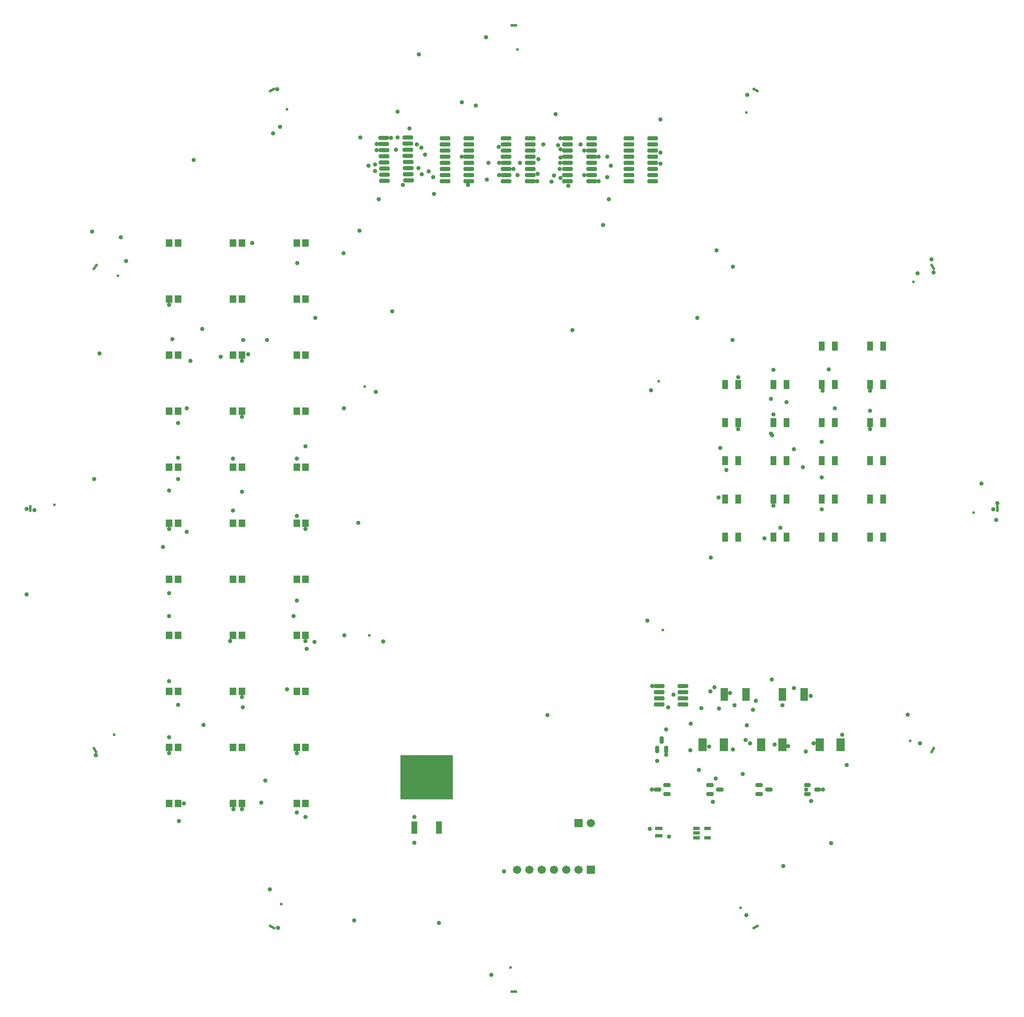
<source format=gts>
G04*
G04 #@! TF.GenerationSoftware,Altium Limited,Altium Designer,20.2.3 (150)*
G04*
G04 Layer_Color=8388736*
%FSLAX25Y25*%
%MOIN*%
G70*
G04*
G04 #@! TF.SameCoordinates,FEBEBD62-9BCC-4C60-8B63-8EF99F169A48*
G04*
G04*
G04 #@! TF.FilePolarity,Negative*
G04*
G01*
G75*
%ADD38R,0.02060X0.03005*%
G04:AMPARAMS|DCode=39|XSize=85.56mil|YSize=31.62mil|CornerRadius=6.95mil|HoleSize=0mil|Usage=FLASHONLY|Rotation=180.000|XOffset=0mil|YOffset=0mil|HoleType=Round|Shape=RoundedRectangle|*
%AMROUNDEDRECTD39*
21,1,0.08556,0.01772,0,0,180.0*
21,1,0.07165,0.03162,0,0,180.0*
1,1,0.01391,-0.03583,0.00886*
1,1,0.01391,0.03583,0.00886*
1,1,0.01391,0.03583,-0.00886*
1,1,0.01391,-0.03583,-0.00886*
%
%ADD39ROUNDEDRECTD39*%
%ADD40R,0.05800X0.03000*%
%ADD41R,0.06700X0.02500*%
%ADD42R,0.06300X0.02500*%
G04:AMPARAMS|DCode=43|XSize=57.61mil|YSize=31.23mil|CornerRadius=6.9mil|HoleSize=0mil|Usage=FLASHONLY|Rotation=0.000|XOffset=0mil|YOffset=0mil|HoleType=Round|Shape=RoundedRectangle|*
%AMROUNDEDRECTD43*
21,1,0.05761,0.01742,0,0,0.0*
21,1,0.04380,0.03123,0,0,0.0*
1,1,0.01381,0.02190,-0.00871*
1,1,0.01381,-0.02190,-0.00871*
1,1,0.01381,-0.02190,0.00871*
1,1,0.01381,0.02190,0.00871*
%
%ADD43ROUNDEDRECTD43*%
G04:AMPARAMS|DCode=44|XSize=57.61mil|YSize=31.23mil|CornerRadius=6.9mil|HoleSize=0mil|Usage=FLASHONLY|Rotation=90.000|XOffset=0mil|YOffset=0mil|HoleType=Round|Shape=RoundedRectangle|*
%AMROUNDEDRECTD44*
21,1,0.05761,0.01742,0,0,90.0*
21,1,0.04380,0.03123,0,0,90.0*
1,1,0.01381,0.00871,0.02190*
1,1,0.01381,0.00871,-0.02190*
1,1,0.01381,-0.00871,-0.02190*
1,1,0.01381,-0.00871,0.02190*
%
%ADD44ROUNDEDRECTD44*%
G04:AMPARAMS|DCode=45|XSize=50.91mil|YSize=32.02mil|CornerRadius=7mil|HoleSize=0mil|Usage=FLASHONLY|Rotation=0.000|XOffset=0mil|YOffset=0mil|HoleType=Round|Shape=RoundedRectangle|*
%AMROUNDEDRECTD45*
21,1,0.05091,0.01801,0,0,0.0*
21,1,0.03691,0.03202,0,0,0.0*
1,1,0.01400,0.01846,-0.00901*
1,1,0.01400,-0.01846,-0.00901*
1,1,0.01400,-0.01846,0.00901*
1,1,0.01400,0.01846,0.00901*
%
%ADD45ROUNDEDRECTD45*%
%ADD46R,0.05131X0.07493*%
%ADD47R,0.05524X0.06312*%
G04:AMPARAMS|DCode=48|XSize=85.56mil|YSize=31.62mil|CornerRadius=6.95mil|HoleSize=0mil|Usage=FLASHONLY|Rotation=180.044|XOffset=0mil|YOffset=0mil|HoleType=Round|Shape=RoundedRectangle|*
%AMROUNDEDRECTD48*
21,1,0.08556,0.01772,0,0,180.0*
21,1,0.07165,0.03162,0,0,180.0*
1,1,0.01391,-0.03583,0.00883*
1,1,0.01391,0.03582,0.00889*
1,1,0.01391,0.03583,-0.00883*
1,1,0.01391,-0.03582,-0.00889*
%
%ADD48ROUNDEDRECTD48*%
%ADD49R,0.04934X0.10249*%
%ADD50R,0.42729X0.35839*%
G04:AMPARAMS|DCode=51|XSize=85.56mil|YSize=31.62mil|CornerRadius=6.95mil|HoleSize=0mil|Usage=FLASHONLY|Rotation=181.033|XOffset=0mil|YOffset=0mil|HoleType=Round|Shape=RoundedRectangle|*
%AMROUNDEDRECTD51*
21,1,0.08556,0.01772,0,0,181.0*
21,1,0.07165,0.03162,0,0,181.0*
1,1,0.01391,-0.03598,0.00821*
1,1,0.01391,0.03566,0.00950*
1,1,0.01391,0.03598,-0.00821*
1,1,0.01391,-0.03566,-0.00950*
%
%ADD51ROUNDEDRECTD51*%
G04:AMPARAMS|DCode=52|XSize=19.81mil|YSize=27.69mil|CornerRadius=0mil|HoleSize=0mil|Usage=FLASHONLY|Rotation=179.227|XOffset=0mil|YOffset=0mil|HoleType=Round|Shape=Rectangle|*
%AMROTATEDRECTD52*
4,1,4,0.01009,0.01371,0.00972,-0.01398,-0.01009,-0.01371,-0.00972,0.01398,0.01009,0.01371,0.0*
%
%ADD52ROTATEDRECTD52*%

%ADD53R,0.02769X0.01981*%
G04:AMPARAMS|DCode=54|XSize=19.81mil|YSize=27.69mil|CornerRadius=0mil|HoleSize=0mil|Usage=FLASHONLY|Rotation=239.828|XOffset=0mil|YOffset=0mil|HoleType=Round|Shape=Rectangle|*
%AMROTATEDRECTD54*
4,1,4,-0.00699,0.01552,0.01695,0.00161,0.00699,-0.01552,-0.01695,-0.00161,-0.00699,0.01552,0.0*
%
%ADD54ROTATEDRECTD54*%

G04:AMPARAMS|DCode=55|XSize=19.81mil|YSize=27.69mil|CornerRadius=0mil|HoleSize=0mil|Usage=FLASHONLY|Rotation=300.000|XOffset=0mil|YOffset=0mil|HoleType=Round|Shape=Rectangle|*
%AMROTATEDRECTD55*
4,1,4,-0.01694,0.00166,0.00704,0.01550,0.01694,-0.00166,-0.00704,-0.01550,-0.01694,0.00166,0.0*
%
%ADD55ROTATEDRECTD55*%

G04:AMPARAMS|DCode=56|XSize=19.81mil|YSize=27.69mil|CornerRadius=0mil|HoleSize=0mil|Usage=FLASHONLY|Rotation=143.067|XOffset=0mil|YOffset=0mil|HoleType=Round|Shape=Rectangle|*
%AMROTATEDRECTD56*
4,1,4,0.01624,0.00511,-0.00040,-0.01702,-0.01624,-0.00511,0.00040,0.01702,0.01624,0.00511,0.0*
%
%ADD56ROTATEDRECTD56*%

G04:AMPARAMS|DCode=57|XSize=19.81mil|YSize=27.69mil|CornerRadius=0mil|HoleSize=0mil|Usage=FLASHONLY|Rotation=0.225|XOffset=0mil|YOffset=0mil|HoleType=Round|Shape=Rectangle|*
%AMROTATEDRECTD57*
4,1,4,-0.00985,-0.01388,-0.00996,0.01380,0.00985,0.01388,0.00996,-0.01380,-0.00985,-0.01388,0.0*
%
%ADD57ROTATEDRECTD57*%

G04:AMPARAMS|DCode=58|XSize=19.81mil|YSize=27.69mil|CornerRadius=0mil|HoleSize=0mil|Usage=FLASHONLY|Rotation=29.737|XOffset=0mil|YOffset=0mil|HoleType=Round|Shape=Rectangle|*
%AMROTATEDRECTD58*
4,1,4,-0.00174,-0.01693,-0.01547,0.00711,0.00174,0.01693,0.01547,-0.00711,-0.00174,-0.01693,0.0*
%
%ADD58ROTATEDRECTD58*%

G04:AMPARAMS|DCode=59|XSize=19.81mil|YSize=27.69mil|CornerRadius=0mil|HoleSize=0mil|Usage=FLASHONLY|Rotation=150.000|XOffset=0mil|YOffset=0mil|HoleType=Round|Shape=Rectangle|*
%AMROTATEDRECTD59*
4,1,4,0.01550,0.00704,0.00166,-0.01694,-0.01550,-0.00704,-0.00166,0.01694,0.01550,0.00704,0.0*
%
%ADD59ROTATEDRECTD59*%

%ADD60R,0.06706X0.06706*%
%ADD61C,0.06706*%
%ADD62C,0.02362*%
%ADD63C,0.03556*%
D38*
X553064Y166179D02*
D03*
X549127Y172360D02*
D03*
X551096D02*
D03*
X553064D02*
D03*
X551096Y166179D02*
D03*
X549127D02*
D03*
D39*
X551289Y273442D02*
D03*
Y278442D02*
D03*
Y283442D02*
D03*
Y288442D02*
D03*
X570738D02*
D03*
Y283442D02*
D03*
Y278442D02*
D03*
Y273442D02*
D03*
X526587Y699742D02*
D03*
X526587Y704742D02*
D03*
X526587Y709742D02*
D03*
Y714742D02*
D03*
Y719742D02*
D03*
Y724742D02*
D03*
Y729742D02*
D03*
Y734742D02*
D03*
X546075D02*
D03*
X546076Y729742D02*
D03*
Y724742D02*
D03*
Y719742D02*
D03*
Y714742D02*
D03*
Y709742D02*
D03*
Y704742D02*
D03*
Y699742D02*
D03*
X426800Y699742D02*
D03*
Y704742D02*
D03*
Y709742D02*
D03*
Y714742D02*
D03*
Y719742D02*
D03*
Y724742D02*
D03*
Y729742D02*
D03*
Y734742D02*
D03*
X446288D02*
D03*
Y729742D02*
D03*
Y724742D02*
D03*
X446288Y719742D02*
D03*
X446288Y714742D02*
D03*
Y709742D02*
D03*
Y704742D02*
D03*
Y699742D02*
D03*
X476694Y699742D02*
D03*
X476694Y704742D02*
D03*
X476694Y709742D02*
D03*
X476694Y714742D02*
D03*
X476694Y719742D02*
D03*
Y724742D02*
D03*
Y729742D02*
D03*
Y734742D02*
D03*
X496182D02*
D03*
Y729742D02*
D03*
Y724742D02*
D03*
Y719742D02*
D03*
X496182Y714742D02*
D03*
Y709742D02*
D03*
Y704742D02*
D03*
Y699742D02*
D03*
D40*
X590703Y172362D02*
D03*
Y164762D02*
D03*
X581703D02*
D03*
Y168562D02*
D03*
Y172362D02*
D03*
D41*
X681850Y236729D02*
D03*
Y239229D02*
D03*
Y241829D02*
D03*
Y244329D02*
D03*
X699050D02*
D03*
Y241829D02*
D03*
Y239229D02*
D03*
Y236729D02*
D03*
X634328D02*
D03*
Y239229D02*
D03*
Y241829D02*
D03*
Y244329D02*
D03*
X651528D02*
D03*
Y241829D02*
D03*
Y239229D02*
D03*
Y236729D02*
D03*
X586806D02*
D03*
Y239229D02*
D03*
Y241829D02*
D03*
Y244329D02*
D03*
X604006D02*
D03*
Y241829D02*
D03*
Y239229D02*
D03*
Y236729D02*
D03*
D42*
X621879Y285326D02*
D03*
Y282767D02*
D03*
Y280208D02*
D03*
Y277649D02*
D03*
X604479D02*
D03*
Y280208D02*
D03*
Y282767D02*
D03*
Y285326D02*
D03*
X669201D02*
D03*
Y282767D02*
D03*
Y280208D02*
D03*
Y277649D02*
D03*
X651801D02*
D03*
Y280208D02*
D03*
Y282767D02*
D03*
Y285326D02*
D03*
D43*
X640528Y203896D02*
D03*
X632811Y200155D02*
D03*
Y207636D02*
D03*
X549892Y203896D02*
D03*
X557608Y207636D02*
D03*
Y200155D02*
D03*
X600522Y203896D02*
D03*
X592805Y200155D02*
D03*
Y207636D02*
D03*
D44*
X553423Y244249D02*
D03*
X557163Y236532D02*
D03*
X549682D02*
D03*
D45*
X671873Y200392D02*
D03*
X680298Y203994D02*
D03*
X671873Y207596D02*
D03*
D46*
X733708Y409652D02*
D03*
X723078D02*
D03*
X694325D02*
D03*
X683695D02*
D03*
X654943D02*
D03*
X644313D02*
D03*
X615560D02*
D03*
X604930D02*
D03*
X733708Y440767D02*
D03*
X723078D02*
D03*
X694325D02*
D03*
X683695D02*
D03*
X654942D02*
D03*
X644313D02*
D03*
X615560D02*
D03*
X604930D02*
D03*
X733708Y471882D02*
D03*
X723078D02*
D03*
X694325D02*
D03*
X683695D02*
D03*
X654943D02*
D03*
X644313D02*
D03*
X615560D02*
D03*
X604930D02*
D03*
X733708Y502997D02*
D03*
X723078D02*
D03*
X694325D02*
D03*
X683695D02*
D03*
X654943D02*
D03*
X644313D02*
D03*
X615560D02*
D03*
X604930D02*
D03*
X733708Y534112D02*
D03*
X723078D02*
D03*
X694325D02*
D03*
X683695D02*
D03*
X654942D02*
D03*
X644312D02*
D03*
X615560D02*
D03*
X604930D02*
D03*
X733708Y565226D02*
D03*
X723078D02*
D03*
X694325D02*
D03*
X683695D02*
D03*
D47*
X159536Y649372D02*
D03*
X152450Y649372D02*
D03*
X211517Y649372D02*
D03*
X204431Y649372D02*
D03*
X263498D02*
D03*
X256412Y649372D02*
D03*
X159536Y603690D02*
D03*
X152450D02*
D03*
X211517D02*
D03*
X204431D02*
D03*
X263498D02*
D03*
X256412D02*
D03*
X159536Y558008D02*
D03*
X152450D02*
D03*
X211517D02*
D03*
X204431D02*
D03*
X263498D02*
D03*
X256412D02*
D03*
X159536Y512326D02*
D03*
X152450D02*
D03*
X211517D02*
D03*
X204431D02*
D03*
X263498D02*
D03*
X256412D02*
D03*
X159536Y466644D02*
D03*
X152450D02*
D03*
X211517D02*
D03*
X204431D02*
D03*
X263498D02*
D03*
X256412D02*
D03*
X159536Y420962D02*
D03*
X152450D02*
D03*
X211517D02*
D03*
X204431D02*
D03*
X263498D02*
D03*
X256412D02*
D03*
X152450Y375281D02*
D03*
X159536D02*
D03*
X211517D02*
D03*
X204431D02*
D03*
X263498D02*
D03*
X256412D02*
D03*
X159536Y329599D02*
D03*
X152450D02*
D03*
X211517D02*
D03*
X204431D02*
D03*
X263498D02*
D03*
X256412D02*
D03*
X159536Y283917D02*
D03*
X152450D02*
D03*
X211517D02*
D03*
X204431D02*
D03*
X263498D02*
D03*
X256412D02*
D03*
X159536Y238235D02*
D03*
X152450D02*
D03*
X211517D02*
D03*
X204431D02*
D03*
X263498D02*
D03*
X256412D02*
D03*
X159536Y192553D02*
D03*
X152450D02*
D03*
X211517D02*
D03*
X204431D02*
D03*
X263498D02*
D03*
X256412D02*
D03*
D48*
X376936Y699745D02*
D03*
X376932Y704745D02*
D03*
X376928Y709745D02*
D03*
X376925Y714745D02*
D03*
X376921Y719745D02*
D03*
X376917Y724745D02*
D03*
X376913Y729745D02*
D03*
X376909Y734745D02*
D03*
X396397Y734760D02*
D03*
X396401Y729760D02*
D03*
X396405Y724760D02*
D03*
X396409Y719760D02*
D03*
X396413Y714760D02*
D03*
X396416Y709760D02*
D03*
X396420Y704760D02*
D03*
X396424Y699760D02*
D03*
D49*
X352017Y173128D02*
D03*
X372017D02*
D03*
D50*
X362017Y213876D02*
D03*
D51*
X327692Y699819D02*
D03*
X327602Y704818D02*
D03*
X327512Y709817D02*
D03*
X327422Y714816D02*
D03*
X327332Y719815D02*
D03*
X327241Y724814D02*
D03*
X327151Y729814D02*
D03*
X327061Y734813D02*
D03*
X346546Y735164D02*
D03*
X346636Y730165D02*
D03*
X346726Y725166D02*
D03*
X346817Y720167D02*
D03*
X346907Y715167D02*
D03*
X346997Y710168D02*
D03*
X347087Y705169D02*
D03*
X347177Y700170D02*
D03*
D52*
X826790Y434449D02*
D03*
X826753Y431693D02*
D03*
D53*
X431693Y826772D02*
D03*
X434449Y826772D02*
D03*
Y39370D02*
D03*
X431693D02*
D03*
D54*
X628730Y774718D02*
D03*
X631113Y773333D02*
D03*
X237414Y91427D02*
D03*
X235027Y92805D02*
D03*
D55*
Y773337D02*
D03*
X237414Y774715D02*
D03*
X631115Y92805D02*
D03*
X628728Y91427D02*
D03*
D56*
X92985Y630971D02*
D03*
X91329Y628768D02*
D03*
D57*
X39375Y431693D02*
D03*
X39364Y434449D02*
D03*
D58*
X92799Y235024D02*
D03*
X91432Y237417D02*
D03*
X773337Y631115D02*
D03*
X774715Y628728D02*
D03*
D59*
Y237414D02*
D03*
X773337Y235027D02*
D03*
D60*
X485810Y176798D02*
D03*
X495810Y138657D02*
D03*
D61*
Y176798D02*
D03*
X435810Y138657D02*
D03*
X445810D02*
D03*
X455810D02*
D03*
X465810D02*
D03*
X485810D02*
D03*
X475810D02*
D03*
D62*
X59054Y435862D02*
D03*
X554477Y333983D02*
D03*
X550899Y536729D02*
D03*
X311665Y532159D02*
D03*
X315238Y329706D02*
D03*
X807203Y429737D02*
D03*
X110563Y622494D02*
D03*
X107764Y248478D02*
D03*
X243643Y110556D02*
D03*
X430280Y59055D02*
D03*
X617659Y107772D02*
D03*
X755579Y243648D02*
D03*
X758377Y617664D02*
D03*
X622498Y755586D02*
D03*
X435862Y807087D02*
D03*
X248482Y758370D02*
D03*
D63*
X630013Y276390D02*
D03*
X627584Y268941D02*
D03*
X612581Y272609D02*
D03*
X583630Y220069D02*
D03*
X597260Y212884D02*
D03*
X596358Y287435D02*
D03*
X592986Y284027D02*
D03*
X585552Y270212D02*
D03*
X576914Y257540D02*
D03*
X576726Y236057D02*
D03*
X563092Y281152D02*
D03*
X609100Y282767D02*
D03*
X591934Y239050D02*
D03*
X559468Y165781D02*
D03*
X543788Y171920D02*
D03*
X302900Y97400D02*
D03*
X263498Y181600D02*
D03*
X372017Y95459D02*
D03*
X425000Y137200D02*
D03*
X256412Y185419D02*
D03*
X204568Y188001D02*
D03*
X264433Y318594D02*
D03*
X270665Y324472D02*
D03*
X326606Y324756D02*
D03*
X541698Y341522D02*
D03*
X480827Y578159D02*
D03*
X294262Y641036D02*
D03*
X256773Y632923D02*
D03*
X470900Y719000D02*
D03*
X468943Y728887D02*
D03*
X452044Y699742D02*
D03*
X452300Y705700D02*
D03*
X598000Y643300D02*
D03*
X307230Y659475D02*
D03*
X322900Y684900D02*
D03*
X314588Y712371D02*
D03*
X319900Y713200D02*
D03*
X505571Y663999D02*
D03*
X611199Y630075D02*
D03*
X508947Y719742D02*
D03*
X501900D02*
D03*
X487400Y729742D02*
D03*
X510268Y684900D02*
D03*
X552200Y750000D02*
D03*
X761599Y624522D02*
D03*
X773011Y636100D02*
D03*
X823300Y432300D02*
D03*
X825524Y423534D02*
D03*
X753642Y265058D02*
D03*
X684594Y203994D02*
D03*
X703900Y224000D02*
D03*
X652400Y141700D02*
D03*
X414736Y53041D02*
D03*
X355740Y802853D02*
D03*
X348117Y742713D02*
D03*
X353956Y729791D02*
D03*
X410301Y817012D02*
D03*
X622882Y770100D02*
D03*
X774715Y625200D02*
D03*
X826790Y437300D02*
D03*
X763638Y241602D02*
D03*
X691500Y160300D02*
D03*
X338235Y756210D02*
D03*
X466858Y754376D02*
D03*
X501900Y699742D02*
D03*
X552200Y723100D02*
D03*
Y714100D02*
D03*
X622393Y101548D02*
D03*
X342665Y696800D02*
D03*
X355400Y710168D02*
D03*
X390652Y719760D02*
D03*
X357900Y705169D02*
D03*
X363800Y707500D02*
D03*
X367400Y703033D02*
D03*
X813536Y453303D02*
D03*
X457060Y729797D02*
D03*
X357749Y727059D02*
D03*
X360690Y721264D02*
D03*
X470900Y734700D02*
D03*
X490400Y724742D02*
D03*
X321375Y724814D02*
D03*
X219972Y649372D02*
D03*
X179300Y579336D02*
D03*
X180370Y256511D02*
D03*
X160400Y178300D02*
D03*
X164170Y192553D02*
D03*
X152450Y233601D02*
D03*
Y246700D02*
D03*
X338360Y735165D02*
D03*
X321375Y729814D02*
D03*
X172494Y716945D02*
D03*
X95590Y559392D02*
D03*
X112953Y653948D02*
D03*
X117447Y634518D02*
D03*
X256412Y427000D02*
D03*
X308131Y735419D02*
D03*
X368100Y689400D02*
D03*
X320651Y528030D02*
D03*
X333946Y593537D02*
D03*
X390652Y764003D02*
D03*
X402006Y761243D02*
D03*
X42559Y431713D02*
D03*
X256412Y357812D02*
D03*
X201931Y324965D02*
D03*
X204431Y431469D02*
D03*
X306377Y421387D02*
D03*
X544735Y529341D02*
D03*
X230700Y211300D02*
D03*
X36300Y363100D02*
D03*
X91432Y457000D02*
D03*
X159536D02*
D03*
X36300Y432500D02*
D03*
X159536Y474147D02*
D03*
X211517Y507700D02*
D03*
X89600Y658700D02*
D03*
X240400Y774715D02*
D03*
X558742Y270942D02*
D03*
X671100Y203994D02*
D03*
X683695Y432300D02*
D03*
Y458417D02*
D03*
X723078Y497800D02*
D03*
Y512522D02*
D03*
X352017Y181600D02*
D03*
Y160500D02*
D03*
X593500Y393000D02*
D03*
X670600Y235100D02*
D03*
X619300Y216600D02*
D03*
X319900Y708000D02*
D03*
X155000Y571100D02*
D03*
X470816Y714742D02*
D03*
X421000Y714742D02*
D03*
X601100Y482200D02*
D03*
X615560Y497800D02*
D03*
X683695Y487170D02*
D03*
X463542Y699200D02*
D03*
X453000Y717700D02*
D03*
X700200Y248500D02*
D03*
X621529Y244329D02*
D03*
X332838Y734813D02*
D03*
X412170Y714760D02*
D03*
X395700Y696800D02*
D03*
X511900Y712242D02*
D03*
X477400Y696100D02*
D03*
X508900Y703000D02*
D03*
X436100Y704742D02*
D03*
X465782Y704289D02*
D03*
X470938Y702242D02*
D03*
X421000Y704742D02*
D03*
X204431Y473500D02*
D03*
X411020Y700900D02*
D03*
X159536Y272900D02*
D03*
X166700Y514800D02*
D03*
X159536Y502700D02*
D03*
X294719Y514800D02*
D03*
X166700Y414000D02*
D03*
X263498Y483579D02*
D03*
X234500Y122600D02*
D03*
X660900Y286500D02*
D03*
X674799Y280208D02*
D03*
X651801Y272601D02*
D03*
X644313Y509800D02*
D03*
X337000Y725200D02*
D03*
X470258Y709742D02*
D03*
X432556Y709742D02*
D03*
X194500Y556500D02*
D03*
X545500Y203900D02*
D03*
X490426Y704742D02*
D03*
X460500Y264500D02*
D03*
X241000Y91427D02*
D03*
X470900Y725700D02*
D03*
X92799Y232000D02*
D03*
X237000Y738600D02*
D03*
X438000Y714742D02*
D03*
X242700Y743900D02*
D03*
X420600Y727600D02*
D03*
X152450Y447750D02*
D03*
X599800Y441900D02*
D03*
X545542Y288442D02*
D03*
X644313Y435400D02*
D03*
X622800Y256400D02*
D03*
X668357Y466657D02*
D03*
X152450Y599100D02*
D03*
X211517Y553374D02*
D03*
X216800Y558600D02*
D03*
X649957Y417385D02*
D03*
X212400Y270900D02*
D03*
X643100Y293500D02*
D03*
X654942Y519500D02*
D03*
X169700Y553400D02*
D03*
X644312Y546000D02*
D03*
X642200Y522400D02*
D03*
X557100Y253000D02*
D03*
X645500Y240500D02*
D03*
X660900Y481300D02*
D03*
X694325Y514725D02*
D03*
X689200Y546300D02*
D03*
X256412Y473688D02*
D03*
X684300Y528900D02*
D03*
X723078D02*
D03*
X263500Y416300D02*
D03*
X549682Y227174D02*
D03*
X615560Y539900D02*
D03*
X152400Y416300D02*
D03*
X625500Y241800D02*
D03*
X675000Y194700D02*
D03*
X606100Y464200D02*
D03*
X152450Y292150D02*
D03*
X642200Y494000D02*
D03*
X643457Y492757D02*
D03*
X594900Y193900D02*
D03*
X211517Y446483D02*
D03*
X557163Y232237D02*
D03*
X271200Y588300D02*
D03*
X582200D02*
D03*
X147200Y401600D02*
D03*
X656400Y239200D02*
D03*
X212708Y570200D02*
D03*
X232000D02*
D03*
X611000D02*
D03*
X611300Y236700D02*
D03*
X256412Y233588D02*
D03*
X211517Y187919D02*
D03*
Y279300D02*
D03*
X600100Y270000D02*
D03*
X248400Y285600D02*
D03*
X152450Y345400D02*
D03*
X253800D02*
D03*
X152450Y364000D02*
D03*
X227500Y193300D02*
D03*
X677000Y241800D02*
D03*
X295100Y329599D02*
D03*
X636900Y408500D02*
D03*
X263498Y324965D02*
D03*
M02*

</source>
